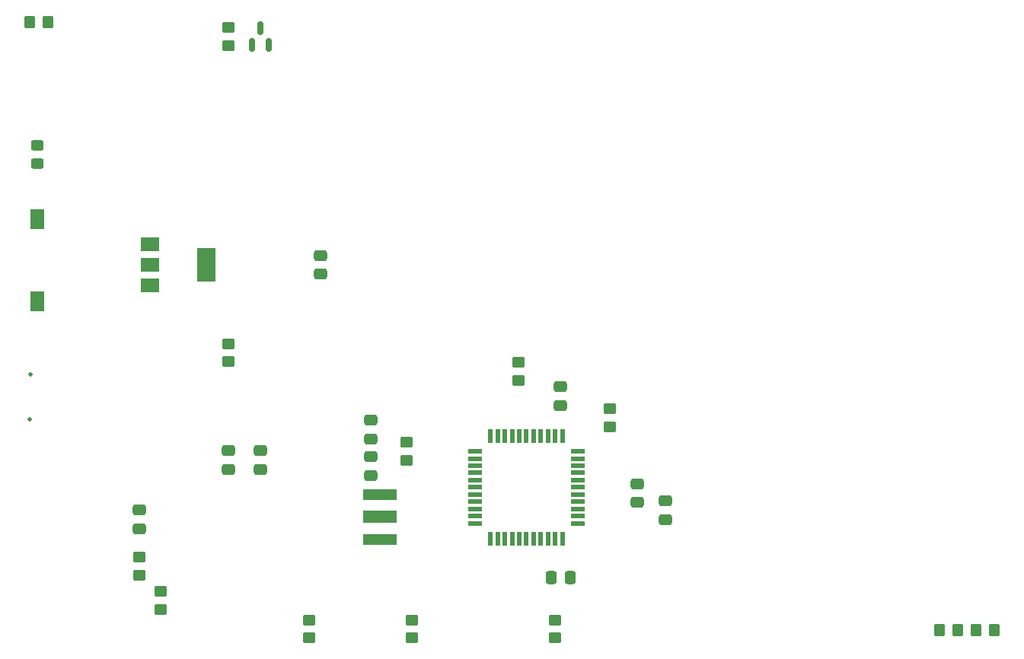
<source format=gtp>
G04 #@! TF.GenerationSoftware,KiCad,Pcbnew,(6.0.8)*
G04 #@! TF.CreationDate,2023-01-21T21:03:47+01:00*
G04 #@! TF.ProjectId,HB-UNI-SEN-POOL_2023_05,48422d55-4e49-42d5-9345-4e2d504f4f4c,rev?*
G04 #@! TF.SameCoordinates,Original*
G04 #@! TF.FileFunction,Paste,Top*
G04 #@! TF.FilePolarity,Positive*
%FSLAX46Y46*%
G04 Gerber Fmt 4.6, Leading zero omitted, Abs format (unit mm)*
G04 Created by KiCad (PCBNEW (6.0.8)) date 2023-01-21 21:03:47*
%MOMM*%
%LPD*%
G01*
G04 APERTURE LIST*
G04 Aperture macros list*
%AMRoundRect*
0 Rectangle with rounded corners*
0 $1 Rounding radius*
0 $2 $3 $4 $5 $6 $7 $8 $9 X,Y pos of 4 corners*
0 Add a 4 corners polygon primitive as box body*
4,1,4,$2,$3,$4,$5,$6,$7,$8,$9,$2,$3,0*
0 Add four circle primitives for the rounded corners*
1,1,$1+$1,$2,$3*
1,1,$1+$1,$4,$5*
1,1,$1+$1,$6,$7*
1,1,$1+$1,$8,$9*
0 Add four rect primitives between the rounded corners*
20,1,$1+$1,$2,$3,$4,$5,0*
20,1,$1+$1,$4,$5,$6,$7,0*
20,1,$1+$1,$6,$7,$8,$9,0*
20,1,$1+$1,$8,$9,$2,$3,0*%
G04 Aperture macros list end*
%ADD10RoundRect,0.250000X0.450000X-0.350000X0.450000X0.350000X-0.450000X0.350000X-0.450000X-0.350000X0*%
%ADD11RoundRect,0.250000X0.475000X-0.337500X0.475000X0.337500X-0.475000X0.337500X-0.475000X-0.337500X0*%
%ADD12R,2.000000X1.500000*%
%ADD13R,2.000000X3.800000*%
%ADD14RoundRect,0.250000X0.450000X-0.325000X0.450000X0.325000X-0.450000X0.325000X-0.450000X-0.325000X0*%
%ADD15RoundRect,0.250000X0.350000X0.450000X-0.350000X0.450000X-0.350000X-0.450000X0.350000X-0.450000X0*%
%ADD16RoundRect,0.250000X-0.475000X0.337500X-0.475000X-0.337500X0.475000X-0.337500X0.475000X0.337500X0*%
%ADD17RoundRect,0.250000X-0.337500X-0.475000X0.337500X-0.475000X0.337500X0.475000X-0.337500X0.475000X0*%
%ADD18RoundRect,0.150000X0.150000X-0.587500X0.150000X0.587500X-0.150000X0.587500X-0.150000X-0.587500X0*%
%ADD19RoundRect,0.250000X-0.450000X0.350000X-0.450000X-0.350000X0.450000X-0.350000X0.450000X0.350000X0*%
%ADD20R,1.500000X0.550000*%
%ADD21R,0.550000X1.500000*%
%ADD22R,1.600000X2.180000*%
%ADD23C,0.500000*%
%ADD24R,3.800000X1.200000*%
%ADD25R,3.800000X1.400000*%
G04 APERTURE END LIST*
D10*
X83165000Y-114880800D03*
X83165000Y-112880800D03*
D11*
X111125000Y-89003800D03*
X111125000Y-86928800D03*
D12*
X65430000Y-71061300D03*
D13*
X71730000Y-73361300D03*
D12*
X65430000Y-73361300D03*
X65430000Y-75661300D03*
D14*
X52959000Y-62099300D03*
X52959000Y-60049300D03*
D15*
X155278000Y-114001300D03*
X153278000Y-114001300D03*
D16*
X119634000Y-97723800D03*
X119634000Y-99798800D03*
D17*
X110087500Y-108159300D03*
X112162500Y-108159300D03*
D10*
X94615000Y-114874300D03*
X94615000Y-112874300D03*
X106426000Y-86204300D03*
X106426000Y-84204300D03*
X116586000Y-91411300D03*
X116586000Y-89411300D03*
D18*
X76774000Y-48898800D03*
X78674000Y-48898800D03*
X77724000Y-47023800D03*
D19*
X66655000Y-109705800D03*
X66655000Y-111705800D03*
D16*
X74168000Y-94051300D03*
X74168000Y-96126300D03*
D19*
X74168000Y-82146300D03*
X74168000Y-84146300D03*
D10*
X74145000Y-48961300D03*
X74145000Y-46961300D03*
D15*
X159342000Y-114001300D03*
X157342000Y-114001300D03*
X54086000Y-46342300D03*
X52086000Y-46342300D03*
D16*
X90043000Y-90643800D03*
X90043000Y-92718800D03*
D19*
X64242000Y-105895800D03*
X64242000Y-107895800D03*
D16*
X77724000Y-94051300D03*
X77724000Y-96126300D03*
D20*
X101615000Y-94126300D03*
X101615000Y-94926300D03*
X101615000Y-95726300D03*
X101615000Y-96526300D03*
X101615000Y-97326300D03*
X101615000Y-98126300D03*
X101615000Y-98926300D03*
X101615000Y-99726300D03*
X101615000Y-100526300D03*
X101615000Y-101326300D03*
X101615000Y-102126300D03*
D21*
X103315000Y-103826300D03*
X104115000Y-103826300D03*
X104915000Y-103826300D03*
X105715000Y-103826300D03*
X106515000Y-103826300D03*
X107315000Y-103826300D03*
X108115000Y-103826300D03*
X108915000Y-103826300D03*
X109715000Y-103826300D03*
X110515000Y-103826300D03*
X111315000Y-103826300D03*
D20*
X113015000Y-102126300D03*
X113015000Y-101326300D03*
X113015000Y-100526300D03*
X113015000Y-99726300D03*
X113015000Y-98926300D03*
X113015000Y-98126300D03*
X113015000Y-97326300D03*
X113015000Y-96526300D03*
X113015000Y-95726300D03*
X113015000Y-94926300D03*
X113015000Y-94126300D03*
D21*
X111315000Y-92426300D03*
X110515000Y-92426300D03*
X109715000Y-92426300D03*
X108915000Y-92426300D03*
X108115000Y-92426300D03*
X107315000Y-92426300D03*
X106515000Y-92426300D03*
X105715000Y-92426300D03*
X104915000Y-92426300D03*
X104115000Y-92426300D03*
X103315000Y-92426300D03*
D19*
X110490000Y-112874300D03*
X110490000Y-114874300D03*
D16*
X90043000Y-94707800D03*
X90043000Y-96782800D03*
X64242000Y-100651300D03*
X64242000Y-102726300D03*
D10*
X93980000Y-95094300D03*
X93980000Y-93094300D03*
D22*
X52959000Y-77475300D03*
X52959000Y-68295300D03*
D11*
X84455000Y-74398800D03*
X84455000Y-72323800D03*
X122809000Y-101703800D03*
X122809000Y-99628800D03*
D23*
X52115300Y-90548400D03*
X52166100Y-85570000D03*
D24*
X91059000Y-103902900D03*
D25*
X91059000Y-101402900D03*
D24*
X91059000Y-98902900D03*
M02*

</source>
